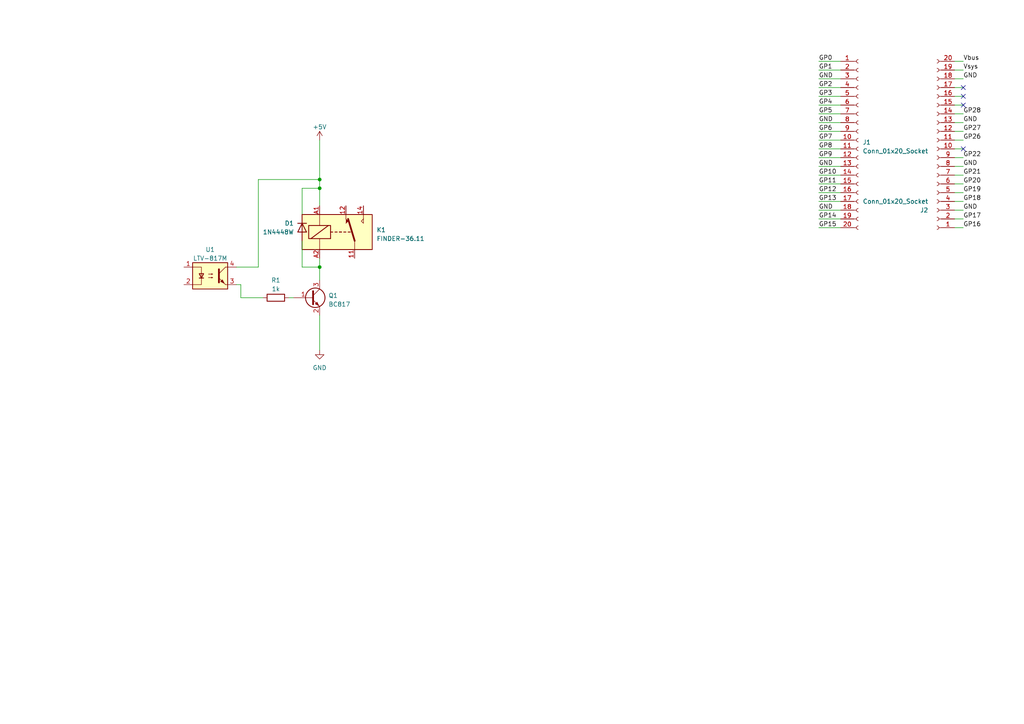
<source format=kicad_sch>
(kicad_sch (version 20230121) (generator eeschema)
  (paper "A4")
  (lib_symbols
    (symbol "Connector:Conn_01x20_Socket" (pin_names (offset 1.016) hide)
      (property "Reference" "J" (at 0 25.4 0))
      (property "Value" "Conn_01x20_Socket" (at 0 -27.94 0))
      (symbol "Conn_01x20_Socket_1_1"
        (arc (start 0 -24.892) (mid -0.5058 -25.4) (end 0 -25.908) (stroke (width 0.1524)))
        (arc (start 0 -22.352) (mid -0.5058 -22.86) (end 0 -23.368) (stroke (width 0.1524)))
        (arc (start 0 -19.812) (mid -0.5058 -20.32) (end 0 -20.828) (stroke (width 0.1524)))
        (arc (start 0 -17.272) (mid -0.5058 -17.78) (end 0 -18.288) (stroke (width 0.1524)))
        (arc (start 0 -14.732) (mid -0.5058 -15.24) (end 0 -15.748) (stroke (width 0.1524)))
        (arc (start 0 -12.192) (mid -0.5058 -12.7) (end 0 -13.208) (stroke (width 0.1524)))
        (arc (start 0 -9.652) (mid -0.5058 -10.16) (end 0 -10.668) (stroke (width 0.1524)))
        (arc (start 0 -7.112) (mid -0.5058 -7.62) (end 0 -8.128) (stroke (width 0.1524)))
        (arc (start 0 -4.572) (mid -0.5058 -5.08) (end 0 -5.588) (stroke (width 0.1524)))
        (arc (start 0 -2.032) (mid -0.5058 -2.54) (end 0 -3.048) (stroke (width 0.1524)))
        (polyline (pts (xy -1.27 -25.4) (xy -0.508 -25.4)) (stroke (width 0.1524)))
        (polyline (pts (xy -1.27 -22.86) (xy -0.508 -22.86)) (stroke (width 0.1524)))
        (polyline (pts (xy -1.27 -20.32) (xy -0.508 -20.32)) (stroke (width 0.1524)))
        (polyline (pts (xy -1.27 -17.78) (xy -0.508 -17.78)) (stroke (width 0.1524)))
        (polyline (pts (xy -1.27 -15.24) (xy -0.508 -15.24)) (stroke (width 0.1524)))
        (polyline (pts (xy -1.27 -12.7) (xy -0.508 -12.7)) (stroke (width 0.1524)))
        (polyline (pts (xy -1.27 -10.16) (xy -0.508 -10.16)) (stroke (width 0.1524)))
        (polyline (pts (xy -1.27 -7.62) (xy -0.508 -7.62)) (stroke (width 0.1524)))
        (polyline (pts (xy -1.27 -5.08) (xy -0.508 -5.08)) (stroke (width 0.1524)))
        (polyline (pts (xy -1.27 -2.54) (xy -0.508 -2.54)) (stroke (width 0.1524)))
        (polyline (pts (xy -1.27 0) (xy -0.508 0)) (stroke (width 0.1524)))
        (polyline (pts (xy -1.27 2.54) (xy -0.508 2.54)) (stroke (width 0.1524)))
        (polyline (pts (xy -1.27 5.08) (xy -0.508 5.08)) (stroke (width 0.1524)))
        (polyline (pts (xy -1.27 7.62) (xy -0.508 7.62)) (stroke (width 0.1524)))
        (polyline (pts (xy -1.27 10.16) (xy -0.508 10.16)) (stroke (width 0.1524)))
        (polyline (pts (xy -1.27 12.7) (xy -0.508 12.7)) (stroke (width 0.1524)))
        (polyline (pts (xy -1.27 15.24) (xy -0.508 15.24)) (stroke (width 0.1524)))
        (polyline (pts (xy -1.27 17.78) (xy -0.508 17.78)) (stroke (width 0.1524)))
        (polyline (pts (xy -1.27 20.32) (xy -0.508 20.32)) (stroke (width 0.1524)))
        (polyline (pts (xy -1.27 22.86) (xy -0.508 22.86)) (stroke (width 0.1524)))
        (arc (start 0 0.508) (mid -0.5058 0) (end 0 -0.508) (stroke (width 0.1524)))
        (arc (start 0 3.048) (mid -0.5058 2.54) (end 0 2.032) (stroke (width 0.1524)))
        (arc (start 0 5.588) (mid -0.5058 5.08) (end 0 4.572) (stroke (width 0.1524)))
        (arc (start 0 8.128) (mid -0.5058 7.62) (end 0 7.112) (stroke (width 0.1524)))
        (arc (start 0 10.668) (mid -0.5058 10.16) (end 0 9.652) (stroke (width 0.1524)))
        (arc (start 0 13.208) (mid -0.5058 12.7) (end 0 12.192) (stroke (width 0.1524)))
        (arc (start 0 15.748) (mid -0.5058 15.24) (end 0 14.732) (stroke (width 0.1524)))
        (arc (start 0 18.288) (mid -0.5058 17.78) (end 0 17.272) (stroke (width 0.1524)))
        (arc (start 0 20.828) (mid -0.5058 20.32) (end 0 19.812) (stroke (width 0.1524)))
        (arc (start 0 23.368) (mid -0.5058 22.86) (end 0 22.352) (stroke (width 0.1524)))
        (pin passive line (at -5.08 22.86 0) (length 3.81) (name "Pin_1") (number "1"))
        (pin passive line (at -5.08 0 0) (length 3.81) (name "Pin_10") (number "10"))
        (pin passive line (at -5.08 -2.54 0) (length 3.81) (name "Pin_11") (number "11"))
        (pin passive line (at -5.08 -5.08 0) (length 3.81) (name "Pin_12") (number "12"))
        (pin passive line (at -5.08 -7.62 0) (length 3.81) (name "Pin_13") (number "13"))
        (pin passive line (at -5.08 -10.16 0) (length 3.81) (name "Pin_14") (number "14"))
        (pin passive line (at -5.08 -12.7 0) (length 3.81) (name "Pin_15") (number "15"))
        (pin passive line (at -5.08 -15.24 0) (length 3.81) (name "Pin_16") (number "16"))
        (pin passive line (at -5.08 -17.78 0) (length 3.81) (name "Pin_17") (number "17"))
        (pin passive line (at -5.08 -20.32 0) (length 3.81) (name "Pin_18") (number "18"))
        (pin passive line (at -5.08 -22.86 0) (length 3.81) (name "Pin_19") (number "19"))
        (pin passive line (at -5.08 20.32 0) (length 3.81) (name "Pin_2") (number "2"))
        (pin passive line (at -5.08 -25.4 0) (length 3.81) (name "Pin_20") (number "20"))
        (pin passive line (at -5.08 17.78 0) (length 3.81) (name "Pin_3") (number "3"))
        (pin passive line (at -5.08 15.24 0) (length 3.81) (name "Pin_4") (number "4"))
        (pin passive line (at -5.08 12.7 0) (length 3.81) (name "Pin_5") (number "5"))
        (pin passive line (at -5.08 10.16 0) (length 3.81) (name "Pin_6") (number "6"))
        (pin passive line (at -5.08 7.62 0) (length 3.81) (name "Pin_7") (number "7"))
        (pin passive line (at -5.08 5.08 0) (length 3.81) (name "Pin_8") (number "8"))
        (pin passive line (at -5.08 2.54 0) (length 3.81) (name "Pin_9") (number "9"))
      )
    )
    (symbol "Device:R" (pin_numbers hide) (pin_names (offset 0))
      (property "Reference" "R" (at 2.032 0 90))
      (property "Value" "R" (at 0 0 90))
      (symbol "R_0_1"
        (rectangle (start -1.016 -2.54) (end 1.016 2.54) (stroke (width 0.254)))
      )
      (symbol "R_1_1"
        (pin passive line (at 0 3.81 270) (length 1.27) (name "~") (number "1"))
        (pin passive line (at 0 -3.81 90) (length 1.27) (name "~") (number "2"))
      )
    )
    (symbol "Diode:1N4448W" (pin_numbers hide) (pin_names hide)
      (property "Reference" "D" (at 0 2.54 0))
      (property "Value" "1N4448W" (at 0 -2.54 0))
      (symbol "1N4448W_0_1"
        (polyline (pts (xy -1.27 1.27) (xy -1.27 -1.27)) (stroke (width 0.254)))
        (polyline (pts (xy 1.27 0) (xy -1.27 0)))
        (polyline (pts (xy 1.27 1.27) (xy 1.27 -1.27) (xy -1.27 0) (xy 1.27 1.27)) (stroke (width 0.254)))
      )
      (symbol "1N4448W_1_1"
        (pin passive line (at -3.81 0 0) (length 2.54) (name "K") (number "1"))
        (pin passive line (at 3.81 0 180) (length 2.54) (name "A") (number "2"))
      )
    )
    (symbol "Isolator:LTV-817M" (pin_names (offset 1.016))
      (property "Reference" "U" (at -3.81 5.08 0))
      (property "Value" "LTV-817M" (at 0 -5.08 0))
      (symbol "LTV-817M_1_1"
        (rectangle (start -5.08 3.81) (end 5.08 -3.81) (stroke (width 0.254)) (fill (type background)))
        (polyline (pts (xy -3.175 -0.635) (xy -1.905 -0.635)) (stroke (width 0.254)))
        (polyline (pts (xy 2.54 0.635) (xy 4.445 2.54)))
        (polyline (pts (xy 4.445 -2.54) (xy 2.54 -0.635)) (fill (type outline)))
        (polyline (pts (xy 4.445 -2.54) (xy 5.08 -2.54)))
        (polyline (pts (xy 4.445 2.54) (xy 5.08 2.54)))
        (polyline (pts (xy -5.08 2.54) (xy -2.54 2.54) (xy -2.54 -0.762)))
        (polyline (pts (xy -2.54 -0.635) (xy -2.54 -2.54) (xy -5.08 -2.54)))
        (polyline (pts (xy 2.54 1.905) (xy 2.54 -1.905) (xy 2.54 -1.905)) (stroke (width 0.508)))
        (polyline (pts (xy -2.54 -0.635) (xy -3.175 0.635) (xy -1.905 0.635) (xy -2.54 -0.635)) (stroke (width 0.254)))
        (polyline (pts (xy -0.508 -0.508) (xy 0.762 -0.508) (xy 0.381 -0.635) (xy 0.381 -0.381) (xy 0.762 -0.508)))
        (polyline (pts (xy -0.508 0.508) (xy 0.762 0.508) (xy 0.381 0.381) (xy 0.381 0.635) (xy 0.762 0.508)))
        (polyline (pts (xy 3.048 -1.651) (xy 3.556 -1.143) (xy 4.064 -2.159) (xy 3.048 -1.651) (xy 3.048 -1.651)) (fill (type outline)))
        (pin passive line (at -7.62 2.54 0) (length 2.54) (name "~") (number "1"))
        (pin passive line (at -7.62 -2.54 0) (length 2.54) (name "~") (number "2"))
        (pin passive line (at 7.62 -2.54 180) (length 2.54) (name "~") (number "3"))
        (pin passive line (at 7.62 2.54 180) (length 2.54) (name "~") (number "4"))
      )
    )
    (symbol "Relay:FINDER-36.11"
      (property "Reference" "K" (at 11.43 3.81 0))
      (property "Value" "FINDER-36.11" (at 11.43 1.27 0))
      (symbol "FINDER-36.11_0_0"
        (polyline (pts (xy 2.54 3.81) (xy 2.54 5.08)))
        (polyline (pts (xy 7.62 3.81) (xy 7.62 5.08)))
        (polyline (pts (xy 7.62 3.81) (xy 7.62 2.54) (xy 6.985 3.175) (xy 7.62 3.81)))
      )
      (symbol "FINDER-36.11_0_1"
        (rectangle (start -10.16 5.08) (end 10.16 -5.08) (stroke (width 0.254)) (fill (type background)))
        (rectangle (start -8.255 1.905) (end -1.905 -1.905) (stroke (width 0.254)))
        (polyline (pts (xy -7.62 -1.905) (xy -2.54 1.905)) (stroke (width 0.254)))
        (polyline (pts (xy -5.08 -5.08) (xy -5.08 -1.905)))
        (polyline (pts (xy -5.08 5.08) (xy -5.08 1.905)))
        (polyline (pts (xy -1.905 0) (xy -1.27 0)) (stroke (width 0.254)))
        (polyline (pts (xy -0.635 0) (xy 0 0)) (stroke (width 0.254)))
        (polyline (pts (xy 0.635 0) (xy 1.27 0)) (stroke (width 0.254)))
        (polyline (pts (xy 0.635 0) (xy 1.27 0)) (stroke (width 0.254)))
        (polyline (pts (xy 1.905 0) (xy 2.54 0)) (stroke (width 0.254)))
        (polyline (pts (xy 3.175 0) (xy 3.81 0)) (stroke (width 0.254)))
        (polyline (pts (xy 5.08 -2.54) (xy 3.175 3.81)) (stroke (width 0.508)))
        (polyline (pts (xy 5.08 -2.54) (xy 5.08 -5.08)))
        (polyline (pts (xy 2.54 2.54) (xy 3.175 3.175) (xy 2.54 3.81)) (fill (type outline)))
      )
      (symbol "FINDER-36.11_1_1"
        (pin passive line (at 5.08 -7.62 90) (length 2.54) (name "~") (number "11"))
        (pin passive line (at 2.54 7.62 270) (length 2.54) (name "~") (number "12"))
        (pin passive line (at 7.62 7.62 270) (length 2.54) (name "~") (number "14"))
        (pin passive line (at -5.08 7.62 270) (length 2.54) (name "~") (number "A1"))
        (pin passive line (at -5.08 -7.62 90) (length 2.54) (name "~") (number "A2"))
      )
    )
    (symbol "Transistor_BJT:BC817" (pin_names (offset 0) hide)
      (property "Reference" "Q" (at 5.08 1.905 0))
      (property "Value" "BC817" (at 5.08 0 0))
      (symbol "BC817_0_1"
        (polyline (pts (xy 0.635 0.635) (xy 2.54 2.54)))
        (polyline (pts (xy 0.635 -0.635) (xy 2.54 -2.54) (xy 2.54 -2.54)))
        (polyline (pts (xy 0.635 1.905) (xy 0.635 -1.905) (xy 0.635 -1.905)) (stroke (width 0.508)))
        (polyline (pts (xy 1.27 -1.778) (xy 1.778 -1.27) (xy 2.286 -2.286) (xy 1.27 -1.778) (xy 1.27 -1.778)) (fill (type outline)))
        (circle (center 1.27 0) (radius 2.8194) (stroke (width 0.254)))
      )
      (symbol "BC817_1_1"
        (pin input line (at -5.08 0 0) (length 5.715) (name "B") (number "1"))
        (pin passive line (at 2.54 -5.08 90) (length 2.54) (name "E") (number "2"))
        (pin passive line (at 2.54 5.08 270) (length 2.54) (name "C") (number "3"))
      )
    )
    (symbol "power:+5V" (power) (pin_names (offset 0))
      (property "Value" "+5V" (at 0 3.556 0))
      (symbol "+5V_0_1"
        (polyline (pts (xy -0.762 1.27) (xy 0 2.54)))
        (polyline (pts (xy 0 0) (xy 0 2.54)))
        (polyline (pts (xy 0 2.54) (xy 0.762 1.27)))
      )
      (symbol "+5V_1_1"
        (pin power_in line (at 0 0 90) (length 0) hide (name "+5V") (number "1"))
      )
    )
    (symbol "power:GND" (power) (pin_names (offset 0))
      (property "Value" "GND" (at 0 -3.81 0))
      (symbol "GND_0_1"
        (polyline (pts (xy 0 0) (xy 0 -1.27) (xy 1.27 -1.27) (xy 0 -2.54) (xy -1.27 -1.27) (xy 0 -1.27)))
      )
      (symbol "GND_1_1"
        (pin power_in line (at 0 0 270) (length 0) hide (name "GND") (number "1"))
      )
    )
  )
  (junction (at 92.71 54.61))
  (junction (at 92.71 52.07))
  (junction (at 92.71 77.47))
  (no_connect (at 279.4 25.4))
  (no_connect (at 279.4 27.94))
  (no_connect (at 279.4 30.48))
  (no_connect (at 279.4 43.18))
  (wire (pts (xy 276.86 63.5) (xy 279.4 63.5)))
  (wire (pts (xy 276.86 48.26) (xy 279.4 48.26)))
  (wire (pts (xy 276.86 22.86) (xy 279.4 22.86)))
  (wire (pts (xy 237.49 17.78) (xy 243.84 17.78)))
  (wire (pts (xy 276.86 45.72) (xy 279.4 45.72)))
  (wire (pts (xy 276.86 38.1) (xy 279.4 38.1)))
  (wire (pts (xy 92.71 77.47) (xy 92.71 81.28)))
  (wire (pts (xy 237.49 43.18) (xy 243.84 43.18)))
  (wire (pts (xy 76.2 86.36) (xy 69.85 86.36)))
  (wire (pts (xy 237.49 30.48) (xy 243.84 30.48)))
  (wire (pts (xy 276.86 40.64) (xy 279.4 40.64)))
  (wire (pts (xy 276.86 58.42) (xy 279.4 58.42)))
  (wire (pts (xy 237.49 58.42) (xy 243.84 58.42)))
  (wire (pts (xy 276.86 50.8) (xy 279.4 50.8)))
  (wire (pts (xy 92.71 40.64) (xy 92.71 52.07)))
  (wire (pts (xy 237.49 45.72) (xy 243.84 45.72)))
  (wire (pts (xy 237.49 55.88) (xy 243.84 55.88)))
  (wire (pts (xy 237.49 66.04) (xy 243.84 66.04)))
  (wire (pts (xy 276.86 33.02) (xy 279.4 33.02)))
  (wire (pts (xy 237.49 27.94) (xy 243.84 27.94)))
  (wire (pts (xy 237.49 60.96) (xy 243.84 60.96)))
  (wire (pts (xy 237.49 50.8) (xy 243.84 50.8)))
  (wire (pts (xy 87.63 69.85) (xy 87.63 77.47)))
  (wire (pts (xy 68.58 77.47) (xy 74.93 77.47)))
  (wire (pts (xy 83.82 86.36) (xy 85.09 86.36)))
  (wire (pts (xy 237.49 20.32) (xy 243.84 20.32)))
  (wire (pts (xy 237.49 25.4) (xy 243.84 25.4)))
  (wire (pts (xy 237.49 22.86) (xy 243.84 22.86)))
  (wire (pts (xy 237.49 48.26) (xy 243.84 48.26)))
  (wire (pts (xy 276.86 17.78) (xy 279.4 17.78)))
  (wire (pts (xy 237.49 35.56) (xy 243.84 35.56)))
  (wire (pts (xy 276.86 35.56) (xy 279.4 35.56)))
  (wire (pts (xy 92.71 54.61) (xy 92.71 59.69)))
  (wire (pts (xy 237.49 40.64) (xy 243.84 40.64)))
  (wire (pts (xy 237.49 33.02) (xy 243.84 33.02)))
  (wire (pts (xy 92.71 52.07) (xy 92.71 54.61)))
  (wire (pts (xy 276.86 66.04) (xy 279.4 66.04)))
  (wire (pts (xy 276.86 30.48) (xy 279.4 30.48)))
  (wire (pts (xy 92.71 74.93) (xy 92.71 77.47)))
  (wire (pts (xy 276.86 27.94) (xy 279.4 27.94)))
  (wire (pts (xy 92.71 91.44) (xy 92.71 101.6)))
  (wire (pts (xy 74.93 52.07) (xy 92.71 52.07)))
  (wire (pts (xy 276.86 53.34) (xy 279.4 53.34)))
  (wire (pts (xy 276.86 60.96) (xy 279.4 60.96)))
  (wire (pts (xy 87.63 62.23) (xy 87.63 54.61)))
  (wire (pts (xy 69.85 82.55) (xy 68.58 82.55)))
  (wire (pts (xy 87.63 77.47) (xy 92.71 77.47)))
  (wire (pts (xy 276.86 20.32) (xy 279.4 20.32)))
  (wire (pts (xy 74.93 77.47) (xy 74.93 52.07)))
  (wire (pts (xy 69.85 86.36) (xy 69.85 82.55)))
  (wire (pts (xy 237.49 53.34) (xy 243.84 53.34)))
  (wire (pts (xy 237.49 38.1) (xy 243.84 38.1)))
  (wire (pts (xy 87.63 54.61) (xy 92.71 54.61)))
  (wire (pts (xy 276.86 55.88) (xy 279.4 55.88)))
  (wire (pts (xy 276.86 25.4) (xy 279.4 25.4)))
  (wire (pts (xy 276.86 43.18) (xy 279.4 43.18)))
  (wire (pts (xy 237.49 63.5) (xy 243.84 63.5)))
  (label "GP10" (at 237.49 50.8 0))
  (label "GP22" (at 279.4 45.72 0))
  (label "GND" (at 279.4 35.56 0))
  (label "GP18" (at 279.4 58.42 0))
  (label "GP9" (at 237.49 45.72 0))
  (label "GP12" (at 237.49 55.88 0))
  (label "GP28" (at 279.4 33.02 0))
  (label "GP8" (at 237.49 43.18 0))
  (label "GP3" (at 237.49 27.94 0))
  (label "GP1" (at 237.49 20.32 0))
  (label "GP13" (at 237.49 58.42 0))
  (label "GND" (at 237.49 60.96 0))
  (label "GND" (at 279.4 48.26 0))
  (label "GP14" (at 237.49 63.5 0))
  (label "GND" (at 237.49 48.26 0))
  (label "GP4" (at 237.49 30.48 0))
  (label "Vbus" (at 279.4 17.78 0))
  (label "GND" (at 279.4 60.96 0))
  (label "GP7" (at 237.49 40.64 0))
  (label "GP15" (at 237.49 66.04 0))
  (label "GND" (at 237.49 22.86 0))
  (label "GP2" (at 237.49 25.4 0))
  (label "GP11" (at 237.49 53.34 0))
  (label "GP19" (at 279.4 55.88 0))
  (label "GP6" (at 237.49 38.1 0))
  (label "GP17" (at 279.4 63.5 0))
  (label "Vsys" (at 279.4 20.32 0))
  (label "GP5" (at 237.49 33.02 0))
  (label "GP21" (at 279.4 50.8 0))
  (label "GP16" (at 279.4 66.04 0))
  (label "GND" (at 237.49 35.56 0))
  (label "GP20" (at 279.4 53.34 0))
  (label "GP27" (at 279.4 38.1 0))
  (label "GND" (at 279.4 22.86 0))
  (label "GP26" (at 279.4 40.64 0))
  (label "GP0" (at 237.49 17.78 0))
  (symbol (lib_id "Diode:1N4448W") (at 87.63 66.04 270) (unit 1)
    (property "Reference" "D1" (at 82.55 64.77 90) (effects (justify left)))
    (property "Value" "1N4448W" (at 76.2 67.31 90) (effects (justify left)))
    (property "Footprint" "Diode_SMD:D_SOD-123" (effects hide))
    (property "Datasheet" "https://www.vishay.com/docs/85722/1n4448w.pdf" (effects hide))
    (property "Sim.Device" "D" (effects hide))
    (property "Sim.Pins" "1=K 2=A" (effects hide))
  )
  (symbol (lib_id "Isolator:LTV-817M") (at 60.96 80.01 0) (unit 1)
    (property "Reference" "U1" (at 60.96 72.39 0))
    (property "Value" "LTV-817M" (at 60.96 74.93 0))
    (property "Footprint" "Package_DIP:DIP-4_W10.16mm" (effects hide))
    (property "Datasheet" "http://www.us.liteon.com/downloads/LTV-817-827-847.PDF" (effects hide))
  )
  (symbol (lib_id "Transistor_BJT:BC817") (at 90.17 86.36 0) (unit 1)
    (property "Reference" "Q1" (at 95.25 85.725 0) (effects (justify left)))
    (property "Value" "BC817" (at 95.25 88.265 0) (effects (justify left)))
    (property "Footprint" "Package_TO_SOT_SMD:SOT-23" (effects hide))
    (property "Datasheet" "https://www.onsemi.com/pub/Collateral/BC818-D.pdf" (effects hide))
  )
  (symbol (lib_id "Connector:Conn_01x20_Socket") (at 248.92 40.64 0) (unit 1)
    (property "Reference" "J1" (at 250.19 41.275 0) (effects (justify left)))
    (property "Value" "Conn_01x20_Socket" (at 250.19 43.815 0) (effects (justify left)))
  )
  (symbol (lib_id "Connector:Conn_01x20_Socket") (at 271.78 43.18 180) (unit 1)
    (property "Reference" "J2" (at 269.24 60.96 0) (effects (justify left)))
    (property "Value" "Conn_01x20_Socket" (at 269.24 58.42 0) (effects (justify left)))
  )
  (symbol (lib_id "power:+5V") (at 92.71 40.64 0) (unit 1)
    (property "Reference" "#PWR02" (effects hide))
    (property "Value" "+5V" (at 92.71 36.83 0))
  )
  (symbol (lib_id "Relay:FINDER-36.11") (at 97.79 67.31 0) (unit 1)
    (property "Reference" "K1" (at 109.22 66.675 0) (effects (justify left)))
    (property "Value" "FINDER-36.11" (at 109.22 69.215 0) (effects (justify left)))
    (property "Footprint" "Relay_THT:Relay_SPDT_Finder_36.11" (effects hide))
    (property "Datasheet" "https://gfinder.findernet.com/public/attachments/36/EN/S36EN.pdf" (effects hide))
  )
  (symbol (lib_id "power:GND") (at 92.71 101.6 0) (unit 1)
    (property "Reference" "#PWR01" (effects hide))
    (property "Value" "GND" (at 92.71 106.68 0))
  )
  (symbol (lib_id "Device:R") (at 80.01 86.36 90) (unit 1)
    (property "Reference" "R1" (at 80.01 81.28 90))
    (property "Value" "1k" (at 80.01 83.82 90))
  )
)
</source>
